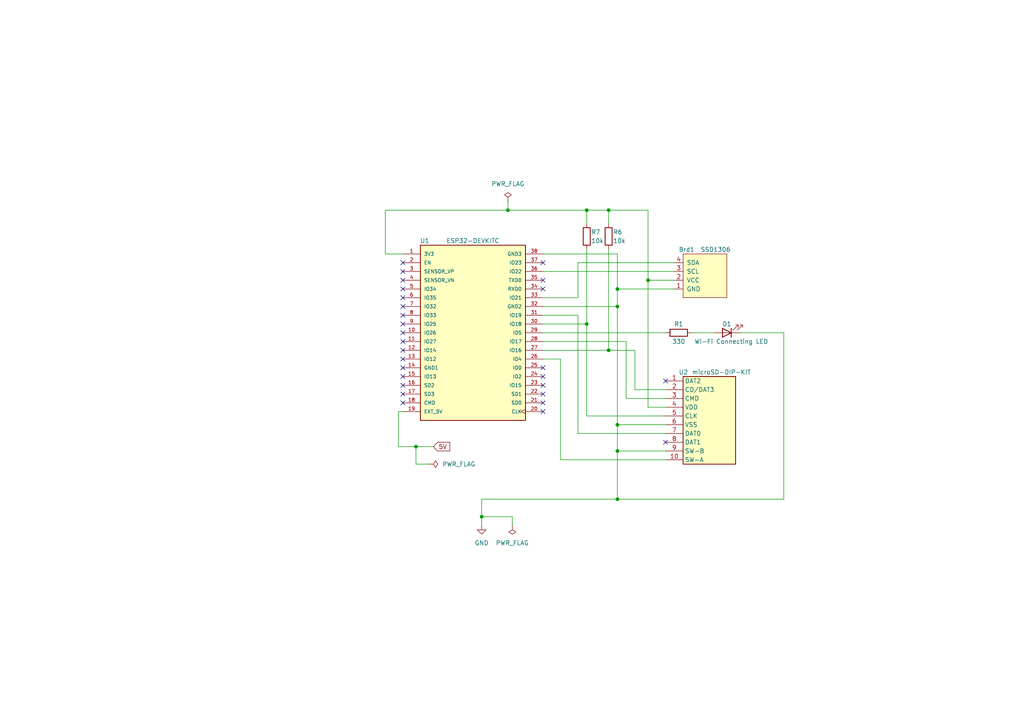
<source format=kicad_sch>
(kicad_sch (version 20230121) (generator eeschema)
  (paper "A4")
  (title_block (title "Wi-Fiコントロールベース") (date "2024-03-07") (rev "1.0") (comment 1 "SDカードスロット") (comment 2 "OLED(SSD1306)") (comment 3 "LED x 4") (comment 4 "サーボ(SG90)"))
  (lib_symbols
    (symbol "Akizuki_Library:microSD_DIP_KIT"
      (property "Reference" "U" (at 0 3.81 0))
      (property "Value" "microSD-DIP-KIT" (at 0 1.27 0))
      (symbol "microSD_DIP_KIT_1_1"
        (rectangle (start -6.35 0) (end 8.89 -25.4) (stroke (width 0.254)) (fill (type background)))
        (pin bidirectional line (at -11.43 -1.27 0) (length 5.08) (name "DAT2") (number "1"))
        (pin passive line (at -11.43 -24.13 0) (length 5.08) (name "SW-A") (number "10"))
        (pin bidirectional line (at -11.43 -3.81 0) (length 5.08) (name "CD/DAT3") (number "2"))
        (pin bidirectional line (at -11.43 -6.35 0) (length 5.08) (name "CMD") (number "3"))
        (pin power_in line (at -11.43 -8.89 0) (length 5.08) (name "VDD") (number "4"))
        (pin bidirectional line (at -11.43 -11.43 0) (length 5.08) (name "CLK") (number "5"))
        (pin power_in line (at -11.43 -13.97 0) (length 5.08) (name "VSS") (number "6"))
        (pin bidirectional line (at -11.43 -16.51 0) (length 5.08) (name "DAT0") (number "7"))
        (pin bidirectional line (at -11.43 -19.05 0) (length 5.08) (name "DAT1") (number "8"))
        (pin passive line (at -11.43 -21.59 0) (length 5.08) (name "SW-B") (number "9"))
      )
    )
    (symbol "Device:LED" (pin_numbers hide) (pin_names (offset 1.016) hide)
      (property "Reference" "D" (at 0 2.54 0))
      (property "Value" "LED" (at 0 -2.54 0))
      (symbol "LED_0_1"
        (polyline (pts (xy -1.27 -1.27) (xy -1.27 1.27)) (stroke (width 0.254)))
        (polyline (pts (xy -1.27 0) (xy 1.27 0)))
        (polyline (pts (xy 1.27 -1.27) (xy 1.27 1.27) (xy -1.27 0) (xy 1.27 -1.27)) (stroke (width 0.254)))
        (polyline (pts (xy -3.048 -0.762) (xy -4.572 -2.286) (xy -3.81 -2.286) (xy -4.572 -2.286) (xy -4.572 -1.524)))
        (polyline (pts (xy -1.778 -0.762) (xy -3.302 -2.286) (xy -2.54 -2.286) (xy -3.302 -2.286) (xy -3.302 -1.524)))
      )
      (symbol "LED_1_1"
        (pin passive line (at -3.81 0 0) (length 2.54) (name "K") (number "1"))
        (pin passive line (at 3.81 0 180) (length 2.54) (name "A") (number "2"))
      )
    )
    (symbol "Device:R" (pin_numbers hide) (pin_names (offset 0))
      (property "Reference" "R" (at 2.032 0 90))
      (property "Value" "R" (at 0 0 90))
      (symbol "R_0_1"
        (rectangle (start -1.016 -2.54) (end 1.016 2.54) (stroke (width 0.254)))
      )
      (symbol "R_1_1"
        (pin passive line (at 0 3.81 270) (length 1.27) (name "~") (number "1"))
        (pin passive line (at 0 -3.81 90) (length 1.27) (name "~") (number "2"))
      )
    )
    (symbol "ESP32-DEVKITC:ESP32-DEVKITC" (pin_names (offset 1.016))
      (property "Reference" "U" (at -15.2572 26.0643 0))
      (property "Value" "ESP32-DEVKITC" (at -15.2563 -27.9698 0))
      (symbol "ESP32-DEVKITC_0_0"
        (rectangle (start -15.24 -25.4) (end 15.24 25.4) (stroke (width 0.254)) (fill (type background)))
        (pin power_in line (at -20.32 22.86 0) (length 5.08) (name "3V3") (number "1"))
        (pin bidirectional line (at -20.32 0 0) (length 5.08) (name "IO26") (number "10"))
        (pin bidirectional line (at -20.32 -2.54 0) (length 5.08) (name "IO27") (number "11"))
        (pin bidirectional line (at -20.32 -5.08 0) (length 5.08) (name "IO14") (number "12"))
        (pin bidirectional line (at -20.32 -7.62 0) (length 5.08) (name "IO12") (number "13"))
        (pin power_in line (at -20.32 -10.16 0) (length 5.08) (name "GND1") (number "14"))
        (pin bidirectional line (at -20.32 -12.7 0) (length 5.08) (name "IO13") (number "15"))
        (pin bidirectional line (at -20.32 -15.24 0) (length 5.08) (name "SD2") (number "16"))
        (pin bidirectional line (at -20.32 -17.78 0) (length 5.08) (name "SD3") (number "17"))
        (pin bidirectional line (at -20.32 -20.32 0) (length 5.08) (name "CMD") (number "18"))
        (pin power_in line (at -20.32 -22.86 0) (length 5.08) (name "EXT_5V") (number "19"))
        (pin input line (at -20.32 20.32 0) (length 5.08) (name "EN") (number "2"))
        (pin input clock (at 20.32 -22.86 180) (length 5.08) (name "CLK") (number "20"))
        (pin bidirectional line (at 20.32 -20.32 180) (length 5.08) (name "SD0") (number "21"))
        (pin bidirectional line (at 20.32 -17.78 180) (length 5.08) (name "SD1") (number "22"))
        (pin bidirectional line (at 20.32 -15.24 180) (length 5.08) (name "IO15") (number "23"))
        (pin bidirectional line (at 20.32 -12.7 180) (length 5.08) (name "IO2") (number "24"))
        (pin bidirectional line (at 20.32 -10.16 180) (length 5.08) (name "IO0") (number "25"))
        (pin bidirectional line (at 20.32 -7.62 180) (length 5.08) (name "IO4") (number "26"))
        (pin bidirectional line (at 20.32 -5.08 180) (length 5.08) (name "IO16") (number "27"))
        (pin bidirectional line (at 20.32 -2.54 180) (length 5.08) (name "IO17") (number "28"))
        (pin bidirectional line (at 20.32 0 180) (length 5.08) (name "IO5") (number "29"))
        (pin input line (at -20.32 17.78 0) (length 5.08) (name "SENSOR_VP") (number "3"))
        (pin bidirectional line (at 20.32 2.54 180) (length 5.08) (name "IO18") (number "30"))
        (pin bidirectional line (at 20.32 5.08 180) (length 5.08) (name "IO19") (number "31"))
        (pin power_in line (at 20.32 7.62 180) (length 5.08) (name "GND2") (number "32"))
        (pin bidirectional line (at 20.32 10.16 180) (length 5.08) (name "IO21") (number "33"))
        (pin input line (at 20.32 12.7 180) (length 5.08) (name "RXD0") (number "34"))
        (pin output line (at 20.32 15.24 180) (length 5.08) (name "TXD0") (number "35"))
        (pin bidirectional line (at 20.32 17.78 180) (length 5.08) (name "IO22") (number "36"))
        (pin bidirectional line (at 20.32 20.32 180) (length 5.08) (name "IO23") (number "37"))
        (pin power_in line (at 20.32 22.86 180) (length 5.08) (name "GND3") (number "38"))
        (pin input line (at -20.32 15.24 0) (length 5.08) (name "SENSOR_VN") (number "4"))
        (pin bidirectional line (at -20.32 12.7 0) (length 5.08) (name "IO34") (number "5"))
        (pin bidirectional line (at -20.32 10.16 0) (length 5.08) (name "IO35") (number "6"))
        (pin bidirectional line (at -20.32 7.62 0) (length 5.08) (name "IO32") (number "7"))
        (pin bidirectional line (at -20.32 5.08 0) (length 5.08) (name "IO33") (number "8"))
        (pin bidirectional line (at -20.32 2.54 0) (length 5.08) (name "IO25") (number "9"))
      )
    )
    (symbol "SSD1306-128x64_OLED:SSD1306" (pin_names (offset 1.016))
      (property "Reference" "Brd" (at 0 -3.81 0))
      (property "Value" "SSD1306" (at 0 -1.27 0))
      (symbol "SSD1306_0_1"
        (rectangle (start -6.35 6.35) (end 6.35 -6.35) (fill (type background)))
      )
      (symbol "SSD1306_1_1"
        (pin input line (at -3.81 8.89 270) (length 2.54) (name "GND") (number "1"))
        (pin input line (at -1.27 8.89 270) (length 2.54) (name "VCC") (number "2"))
        (pin input line (at 1.27 8.89 270) (length 2.54) (name "SCL") (number "3"))
        (pin input line (at 3.81 8.89 270) (length 2.54) (name "SDA") (number "4"))
      )
    )
    (symbol "power:GND" (power) (pin_names (offset 0))
      (property "Value" "GND" (at 0 -3.81 0))
      (symbol "GND_0_1"
        (polyline (pts (xy 0 0) (xy 0 -1.27) (xy 1.27 -1.27) (xy 0 -2.54) (xy -1.27 -1.27) (xy 0 -1.27)))
      )
      (symbol "GND_1_1"
        (pin power_in line (at 0 0 270) (length 0) hide (name "GND") (number "1"))
      )
    )
    (symbol "power:PWR_FLAG" (power) (pin_numbers hide) (pin_names (offset 0) hide)
      (property "Value" "PWR_FLAG" (at 0 3.81 0))
      (symbol "PWR_FLAG_0_0"
        (pin power_out line (at 0 0 90) (length 0) (name "pwr") (number "1"))
      )
      (symbol "PWR_FLAG_0_1"
        (polyline (pts (xy 0 0) (xy 0 1.27) (xy -1.016 1.905) (xy 0 2.54) (xy 1.016 1.905) (xy 0 1.27)))
      )
    )
  )
  (junction (at 187.96 81.28))
  (junction (at 179.07 83.82))
  (junction (at 179.07 130.81))
  (junction (at 170.18 93.98))
  (junction (at 179.07 88.9))
  (junction (at 176.53 60.96))
  (junction (at 176.53 101.6))
  (junction (at 139.7 149.86))
  (junction (at 179.07 144.78))
  (junction (at 170.18 60.96))
  (junction (at 147.32 60.96))
  (junction (at 179.07 123.19))
  (junction (at 120.65 129.54))
  (no_connect (at 157.48 109.22))
  (no_connect (at 157.48 119.38))
  (no_connect (at 116.84 99.06))
  (no_connect (at 193.04 128.27))
  (no_connect (at 116.84 96.52))
  (no_connect (at 116.84 106.68))
  (no_connect (at 116.84 88.9))
  (no_connect (at 116.84 83.82))
  (no_connect (at 157.48 114.3))
  (no_connect (at 193.04 110.49))
  (no_connect (at 116.84 91.44))
  (no_connect (at 116.84 78.74))
  (no_connect (at 157.48 76.2))
  (no_connect (at 157.48 83.82))
  (no_connect (at 116.84 111.76))
  (no_connect (at 116.84 104.14))
  (no_connect (at 116.84 116.84))
  (no_connect (at 157.48 116.84))
  (no_connect (at 116.84 86.36))
  (no_connect (at 157.48 81.28))
  (no_connect (at 116.84 101.6))
  (no_connect (at 157.48 106.68))
  (no_connect (at 116.84 93.98))
  (no_connect (at 116.84 76.2))
  (no_connect (at 116.84 114.3))
  (no_connect (at 116.84 81.28))
  (no_connect (at 157.48 111.76))
  (no_connect (at 116.84 109.22))
  (wire (pts (xy 170.18 64.77) (xy 170.18 60.96)))
  (wire (pts (xy 167.64 125.73) (xy 167.64 91.44)))
  (wire (pts (xy 120.65 129.54) (xy 115.57 129.54)))
  (wire (pts (xy 116.84 73.66) (xy 111.76 73.66)))
  (wire (pts (xy 157.48 86.36) (xy 167.64 86.36)))
  (wire (pts (xy 167.64 76.2) (xy 195.58 76.2)))
  (wire (pts (xy 139.7 149.86) (xy 139.7 152.4)))
  (wire (pts (xy 157.48 88.9) (xy 179.07 88.9)))
  (wire (pts (xy 157.48 91.44) (xy 167.64 91.44)))
  (wire (pts (xy 157.48 78.74) (xy 195.58 78.74)))
  (wire (pts (xy 148.59 149.86) (xy 139.7 149.86)))
  (wire (pts (xy 162.56 133.35) (xy 193.04 133.35)))
  (wire (pts (xy 200.66 96.52) (xy 207.01 96.52)))
  (wire (pts (xy 139.7 144.78) (xy 139.7 149.86)))
  (wire (pts (xy 157.48 99.06) (xy 181.61 99.06)))
  (wire (pts (xy 179.07 130.81) (xy 193.04 130.81)))
  (wire (pts (xy 176.53 72.39) (xy 176.53 101.6)))
  (wire (pts (xy 176.53 60.96) (xy 187.96 60.96)))
  (wire (pts (xy 170.18 72.39) (xy 170.18 93.98)))
  (wire (pts (xy 184.15 101.6) (xy 184.15 113.03)))
  (wire (pts (xy 157.48 101.6) (xy 176.53 101.6)))
  (wire (pts (xy 147.32 58.42) (xy 147.32 60.96)))
  (wire (pts (xy 179.07 123.19) (xy 179.07 130.81)))
  (wire (pts (xy 157.48 96.52) (xy 193.04 96.52)))
  (wire (pts (xy 179.07 88.9) (xy 179.07 123.19)))
  (wire (pts (xy 120.65 134.62) (xy 120.65 129.54)))
  (wire (pts (xy 181.61 115.57) (xy 193.04 115.57)))
  (wire (pts (xy 125.73 129.54) (xy 120.65 129.54)))
  (wire (pts (xy 176.53 101.6) (xy 184.15 101.6)))
  (wire (pts (xy 124.46 134.62) (xy 120.65 134.62)))
  (wire (pts (xy 162.56 133.35) (xy 162.56 104.14)))
  (wire (pts (xy 187.96 81.28) (xy 187.96 118.11)))
  (wire (pts (xy 157.48 93.98) (xy 170.18 93.98)))
  (wire (pts (xy 157.48 73.66) (xy 179.07 73.66)))
  (wire (pts (xy 193.04 123.19) (xy 179.07 123.19)))
  (wire (pts (xy 179.07 144.78) (xy 227.33 144.78)))
  (wire (pts (xy 187.96 60.96) (xy 187.96 81.28)))
  (wire (pts (xy 170.18 120.65) (xy 170.18 93.98)))
  (wire (pts (xy 179.07 83.82) (xy 179.07 88.9)))
  (wire (pts (xy 176.53 64.77) (xy 176.53 60.96)))
  (wire (pts (xy 184.15 113.03) (xy 193.04 113.03)))
  (wire (pts (xy 111.76 73.66) (xy 111.76 60.96)))
  (wire (pts (xy 179.07 73.66) (xy 179.07 83.82)))
  (wire (pts (xy 148.59 152.4) (xy 148.59 149.86)))
  (wire (pts (xy 187.96 81.28) (xy 195.58 81.28)))
  (wire (pts (xy 170.18 60.96) (xy 176.53 60.96)))
  (wire (pts (xy 111.76 60.96) (xy 147.32 60.96)))
  (wire (pts (xy 187.96 118.11) (xy 193.04 118.11)))
  (wire (pts (xy 214.63 96.52) (xy 227.33 96.52)))
  (wire (pts (xy 115.57 119.38) (xy 116.84 119.38)))
  (wire (pts (xy 227.33 96.52) (xy 227.33 144.78)))
  (wire (pts (xy 157.48 104.14) (xy 162.56 104.14)))
  (wire (pts (xy 181.61 99.06) (xy 181.61 115.57)))
  (wire (pts (xy 167.64 86.36) (xy 167.64 76.2)))
  (wire (pts (xy 179.07 130.81) (xy 179.07 144.78)))
  (wire (pts (xy 115.57 129.54) (xy 115.57 119.38)))
  (wire (pts (xy 170.18 120.65) (xy 193.04 120.65)))
  (wire (pts (xy 147.32 60.96) (xy 170.18 60.96)))
  (wire (pts (xy 139.7 144.78) (xy 179.07 144.78)))
  (wire (pts (xy 195.58 83.82) (xy 179.07 83.82)))
  (wire (pts (xy 167.64 125.73) (xy 193.04 125.73)))
  (global_label "5V" (shape input) (at 125.73 129.54 0) (property "Intersheetrefs" "${INTERSHEET_REFS}" (effects hide)))
  (symbol (lib_id "Device:LED") (at 210.82 96.52 180) (unit 1)
    (property "Reference" "D1" (at 210.82 93.98 0))
    (property "Value" "Wi-Fi Connecting LED" (at 212.09 99.06 0))
    (property "Footprint" "LED_THT:LED_D5.0mm" (effects hide))
  )
  (symbol (lib_id "Akizuki_Library:microSD_DIP_KIT") (at 204.47 109.22 0) (unit 1)
    (property "Reference" "U2" (at 196.85 107.95 0) (effects (justify left)))
    (property "Value" "microSD-DIP-KIT" (at 200.66 107.95 0) (effects (justify left)))
    (property "Footprint" "Akizuki_Library:microSD-DIP-Kit" (effects hide))
    (property "Datasheet" "https://akizukidenshi.com/catalog/g/gK-05488/" (effects hide))
  )
  (symbol (lib_id "SSD1306-128x64_OLED:SSD1306") (at 204.47 80.01 90) (unit 1)
    (property "Reference" "Brd1" (at 196.85 72.39 90) (effects (justify right)))
    (property "Value" "SSD1306" (at 203.2 72.39 90) (effects (justify right)))
    (property "Footprint" "SSD1306:128x64OLED" (effects hide))
  )
  (symbol (lib_id "power:PWR_FLAG") (at 147.32 58.42 0) (unit 1)
    (property "Reference" "#FLG03" (effects hide))
    (property "Value" "PWR_FLAG" (at 147.32 53.34 0))
  )
  (symbol (lib_id "Device:R") (at 196.85 96.52 90) (unit 1)
    (property "Reference" "R1" (at 196.85 93.98 90))
    (property "Value" "330" (at 196.85 99.06 90))
    (property "Footprint" "Resistor_THT:R_Axial_DIN0204_L3.6mm_D1.6mm_P5.08mm_Horizontal" (effects hide))
  )
  (symbol (lib_id "Device:R") (at 170.18 68.58 0) (unit 1)
    (property "Reference" "R7" (at 171.45 67.31 0) (effects (justify left)))
    (property "Value" "10k" (at 171.45 69.85 0) (effects (justify left)))
    (property "Footprint" "Resistor_THT:R_Axial_DIN0204_L3.6mm_D1.6mm_P5.08mm_Horizontal" (effects hide))
  )
  (symbol (lib_id "power:GND") (at 139.7 152.4 0) (unit 1)
    (property "Reference" "#PWR01" (effects hide))
    (property "Value" "GND" (at 139.7 157.48 0))
  )
  (symbol (lib_id "power:PWR_FLAG") (at 148.59 152.4 180) (unit 1)
    (property "Reference" "#FLG01" (effects hide))
    (property "Value" "PWR_FLAG" (at 148.59 157.48 0))
  )
  (symbol (lib_id "Device:R") (at 176.53 68.58 0) (unit 1)
    (property "Reference" "R6" (at 177.8 67.31 0) (effects (justify left)))
    (property "Value" "10k" (at 177.8 69.85 0) (effects (justify left)))
    (property "Footprint" "Resistor_THT:R_Axial_DIN0204_L3.6mm_D1.6mm_P5.08mm_Horizontal" (effects hide))
  )
  (symbol (lib_id "power:PWR_FLAG") (at 124.46 134.62 270) (unit 1)
    (property "Reference" "#FLG02" (effects hide))
    (property "Value" "PWR_FLAG" (at 128.27 134.62 90) (effects (justify left)))
  )
  (symbol (lib_id "ESP32-DEVKITC:ESP32-DEVKITC") (at 137.16 96.52 0) (unit 1)
    (property "Reference" "U1" (at 123.19 69.85 0))
    (property "Value" "ESP32-DEVKITC" (at 137.16 69.85 0))
    (property "Footprint" "ESP32-DEVKITC:MODULE_ESP32-DEVKITC" (effects hide))
    (property "MF" "Espressif Systems" (effects hide))
    (property "Description" "\nESP32-WROOM-32UE シリーズ トランシーバー; 802.11 b/g/n (Wi-Fi、WiFi、WLAN)、Bluetooth ® Smart Ready 4.x デュアルモード評価ボード\n" (effects hide))
    (property "Package" "None" (effects hide))
    (property "Price" "None" (effects hide))
    (property "Check_prices" "https://www.snapeda.com/parts/ESP32-DEVKITC/Espressif+Systems/view-part/?ref=eda" (effects hide))
    (property "STANDARD" "Manufacturer Recommendations" (effects hide))
    (property "PARTREV" "N/A" (effects hide))
    (property "SnapEDA_Link" "https://www.snapeda.com/parts/ESP32-DEVKITC/Espressif+Systems/view-part/?ref=snap" (effects hide))
    (property "MP" "ESP32-DEVKITC" (effects hide))
    (property "Availability" "In Stock" (effects hide))
    (property "MANUFACTURER" "ESPRESSIF" (effects hide))
  )
)
</source>
